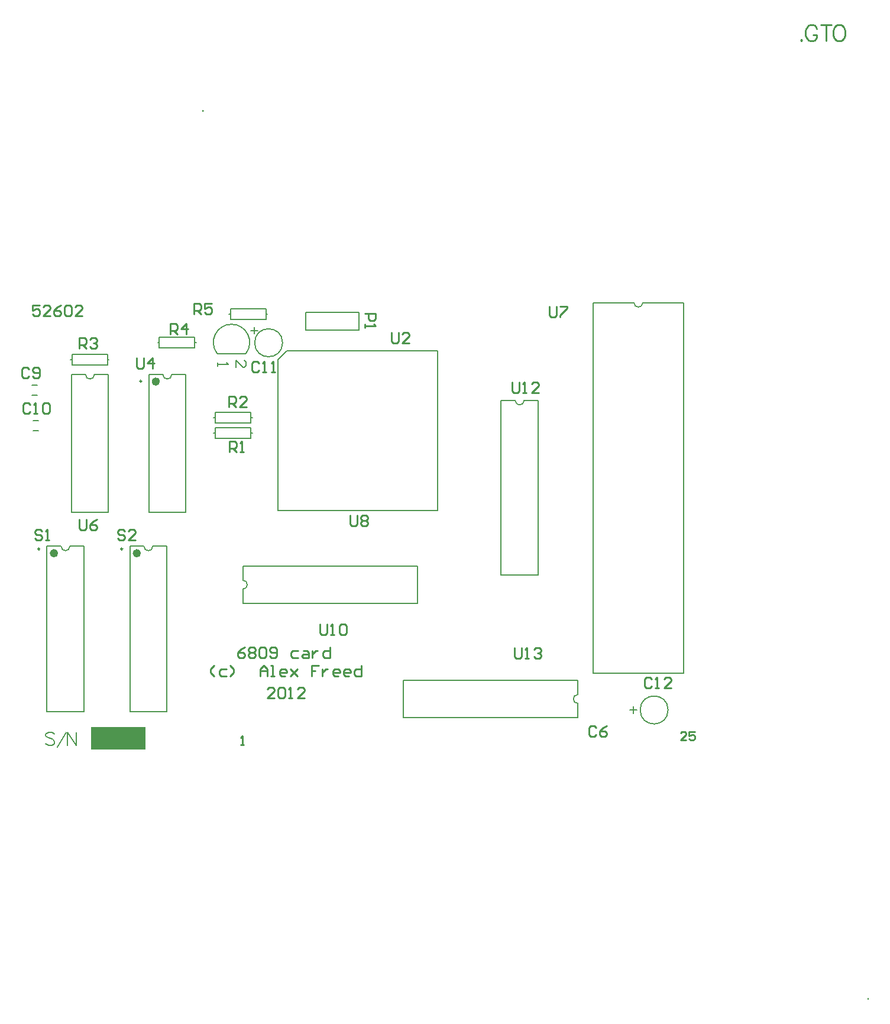
<source format=gto>
%FSLAX25Y25*%
%MOIN*%
G70*
G01*
G75*
G04 Layer_Color=49087*
%ADD10R,0.04331X0.05512*%
%ADD11R,0.04331X0.06693*%
%ADD12O,0.05000X0.30000*%
%ADD13C,0.02000*%
%ADD14C,0.00800*%
%ADD15C,0.00900*%
%ADD16C,0.04921*%
%ADD17R,0.04921X0.04921*%
%ADD18R,0.05906X0.05906*%
%ADD19C,0.05906*%
%ADD20C,0.05906*%
%ADD21C,0.05512*%
%ADD22R,0.05906X0.05906*%
%ADD23R,0.05906X0.05906*%
%ADD24C,0.05000*%
%ADD25O,0.03937X0.07874*%
%ADD26C,0.03000*%
%ADD27R,0.05512X0.04331*%
%ADD28C,0.01000*%
%ADD29C,0.00787*%
%ADD30C,0.00984*%
%ADD31C,0.02362*%
%ADD32C,0.00591*%
%ADD33R,0.31000X0.13000*%
D14*
X147700Y252800D02*
X152700Y257800D01*
X237700D01*
Y167800D02*
Y257800D01*
X147700Y167800D02*
X237700D01*
X147700D02*
Y252800D01*
X21699Y41727D02*
X20985Y42441D01*
X19914Y42798D01*
X18485D01*
X17414Y42441D01*
X16700Y41727D01*
Y41013D01*
X17057Y40299D01*
X17414Y39942D01*
X18128Y39585D01*
X20271Y38871D01*
X20985Y38514D01*
X21342Y38157D01*
X21699Y37442D01*
Y36371D01*
X20985Y35657D01*
X19914Y35300D01*
X18485D01*
X17414Y35657D01*
X16700Y36371D01*
X23377Y34229D02*
X28376Y42798D01*
X28876D02*
Y35300D01*
Y42798D02*
X33875Y35300D01*
Y42798D02*
Y35300D01*
D15*
X442528Y433157D02*
X442100Y432728D01*
X442528Y432300D01*
X442957Y432728D01*
X442528Y433157D01*
X451355Y439156D02*
X450927Y440013D01*
X450070Y440870D01*
X449213Y441298D01*
X447499D01*
X446642Y440870D01*
X445785Y440013D01*
X445357Y439156D01*
X444928Y437870D01*
Y435728D01*
X445357Y434442D01*
X445785Y433585D01*
X446642Y432728D01*
X447499Y432300D01*
X449213D01*
X450070Y432728D01*
X450927Y433585D01*
X451355Y434442D01*
Y435728D01*
X449213D02*
X451355D01*
X456411Y441298D02*
Y432300D01*
X453412Y441298D02*
X459411D01*
X463053D02*
X462196Y440870D01*
X461339Y440013D01*
X460910Y439156D01*
X460482Y437870D01*
Y435728D01*
X460910Y434442D01*
X461339Y433585D01*
X462196Y432728D01*
X463053Y432300D01*
X464767D01*
X465624Y432728D01*
X466480Y433585D01*
X466909Y434442D01*
X467337Y435728D01*
Y437870D01*
X466909Y439156D01*
X466480Y440013D01*
X465624Y440870D01*
X464767Y441298D01*
X463053D01*
D28*
X480259Y-107403D02*
G03*
X480271Y-107417I4841J3953D01*
G01*
X105359Y392897D02*
G03*
X105371Y392883I4841J3953D01*
G01*
X136999Y250598D02*
X135999Y251598D01*
X134000D01*
X133000Y250598D01*
Y246600D01*
X134000Y245600D01*
X135999D01*
X136999Y246600D01*
X138998Y245600D02*
X140997D01*
X139998D01*
Y251598D01*
X138998Y250598D01*
X143996Y245600D02*
X145996D01*
X144996D01*
Y251598D01*
X143996Y250598D01*
X358099Y72698D02*
X357099Y73698D01*
X355100D01*
X354100Y72698D01*
Y68700D01*
X355100Y67700D01*
X357099D01*
X358099Y68700D01*
X360098Y67700D02*
X362097D01*
X361098D01*
Y73698D01*
X360098Y72698D01*
X369095Y67700D02*
X365096D01*
X369095Y71699D01*
Y72698D01*
X368095Y73698D01*
X366096D01*
X365096Y72698D01*
X13299Y283398D02*
X9300D01*
Y280399D01*
X11299Y281399D01*
X12299D01*
X13299Y280399D01*
Y278400D01*
X12299Y277400D01*
X10300D01*
X9300Y278400D01*
X19297Y277400D02*
X15298D01*
X19297Y281399D01*
Y282398D01*
X18297Y283398D01*
X16298D01*
X15298Y282398D01*
X25295Y283398D02*
X23295Y282398D01*
X21296Y280399D01*
Y278400D01*
X22296Y277400D01*
X24295D01*
X25295Y278400D01*
Y279399D01*
X24295Y280399D01*
X21296D01*
X27294Y282398D02*
X28294Y283398D01*
X30293D01*
X31293Y282398D01*
Y278400D01*
X30293Y277400D01*
X28294D01*
X27294Y278400D01*
Y282398D01*
X37291Y277400D02*
X33292D01*
X37291Y281399D01*
Y282398D01*
X36291Y283398D01*
X34292D01*
X33292Y282398D01*
X326899Y45498D02*
X325899Y46498D01*
X323900D01*
X322900Y45498D01*
Y41500D01*
X323900Y40500D01*
X325899D01*
X326899Y41500D01*
X332897Y46498D02*
X330897Y45498D01*
X328898Y43499D01*
Y41500D01*
X329898Y40500D01*
X331897D01*
X332897Y41500D01*
Y42499D01*
X331897Y43499D01*
X328898D01*
X280900Y90198D02*
Y85200D01*
X281900Y84200D01*
X283899D01*
X284899Y85200D01*
Y90198D01*
X286898Y84200D02*
X288897D01*
X287898D01*
Y90198D01*
X286898Y89198D01*
X291896D02*
X292896Y90198D01*
X294896D01*
X295895Y89198D01*
Y88199D01*
X294896Y87199D01*
X293896D01*
X294896D01*
X295895Y86199D01*
Y85200D01*
X294896Y84200D01*
X292896D01*
X291896Y85200D01*
X279600Y240098D02*
Y235100D01*
X280600Y234100D01*
X282599D01*
X283599Y235100D01*
Y240098D01*
X285598Y234100D02*
X287597D01*
X286598D01*
Y240098D01*
X285598Y239098D01*
X294595Y234100D02*
X290596D01*
X294595Y238099D01*
Y239098D01*
X293596Y240098D01*
X291596D01*
X290596Y239098D01*
X171100Y103598D02*
Y98600D01*
X172100Y97600D01*
X174099D01*
X175099Y98600D01*
Y103598D01*
X177098Y97600D02*
X179097D01*
X178098D01*
Y103598D01*
X177098Y102598D01*
X182096D02*
X183096Y103598D01*
X185096D01*
X186095Y102598D01*
Y98600D01*
X185096Y97600D01*
X183096D01*
X182096Y98600D01*
Y102598D01*
X300600Y282598D02*
Y277600D01*
X301600Y276600D01*
X303599D01*
X304599Y277600D01*
Y282598D01*
X306598D02*
X310597D01*
Y281598D01*
X306598Y277600D01*
Y276600D01*
X35600Y162598D02*
Y157600D01*
X36600Y156600D01*
X38599D01*
X39599Y157600D01*
Y162598D01*
X45597D02*
X43597Y161598D01*
X41598Y159599D01*
Y157600D01*
X42598Y156600D01*
X44597D01*
X45597Y157600D01*
Y158599D01*
X44597Y159599D01*
X41598D01*
X67850Y253648D02*
Y248650D01*
X68850Y247650D01*
X70849D01*
X71849Y248650D01*
Y253648D01*
X76847Y247650D02*
Y253648D01*
X73848Y250649D01*
X77847D01*
X35600Y258900D02*
Y264898D01*
X38599D01*
X39599Y263898D01*
Y261899D01*
X38599Y260899D01*
X35600D01*
X37599D02*
X39599Y258900D01*
X41598Y263898D02*
X42598Y264898D01*
X44597D01*
X45597Y263898D01*
Y262899D01*
X44597Y261899D01*
X43597D01*
X44597D01*
X45597Y260899D01*
Y259900D01*
X44597Y258900D01*
X42598D01*
X41598Y259900D01*
X119900Y226000D02*
Y231998D01*
X122899D01*
X123899Y230998D01*
Y228999D01*
X122899Y227999D01*
X119900D01*
X121899D02*
X123899Y226000D01*
X129897D02*
X125898D01*
X129897Y229999D01*
Y230998D01*
X128897Y231998D01*
X126898D01*
X125898Y230998D01*
X120300Y200700D02*
Y206698D01*
X123299D01*
X124299Y205698D01*
Y203699D01*
X123299Y202699D01*
X120300D01*
X122299D02*
X124299Y200700D01*
X126298D02*
X128297D01*
X127298D01*
Y206698D01*
X126298Y205698D01*
X196450Y278550D02*
X202448D01*
Y275551D01*
X201448Y274551D01*
X199449D01*
X198449Y275551D01*
Y278550D01*
X196450Y272552D02*
Y270553D01*
Y271552D01*
X202448D01*
X201448Y272552D01*
X8049Y227448D02*
X7049Y228448D01*
X5050D01*
X4050Y227448D01*
Y223450D01*
X5050Y222450D01*
X7049D01*
X8049Y223450D01*
X10048Y222450D02*
X12047D01*
X11048D01*
Y228448D01*
X10048Y227448D01*
X15046D02*
X16046Y228448D01*
X18045D01*
X19045Y227448D01*
Y223450D01*
X18045Y222450D01*
X16046D01*
X15046Y223450D01*
Y227448D01*
X7349Y247448D02*
X6349Y248448D01*
X4350D01*
X3350Y247448D01*
Y243450D01*
X4350Y242450D01*
X6349D01*
X7349Y243450D01*
X9348D02*
X10348Y242450D01*
X12347D01*
X13347Y243450D01*
Y247448D01*
X12347Y248448D01*
X10348D01*
X9348Y247448D01*
Y246449D01*
X10348Y245449D01*
X13347D01*
X188200Y164998D02*
Y160000D01*
X189200Y159000D01*
X191199D01*
X192199Y160000D01*
Y164998D01*
X194198Y163998D02*
X195198Y164998D01*
X197197D01*
X198197Y163998D01*
Y162999D01*
X197197Y161999D01*
X198197Y160999D01*
Y160000D01*
X197197Y159000D01*
X195198D01*
X194198Y160000D01*
Y160999D01*
X195198Y161999D01*
X194198Y162999D01*
Y163998D01*
X195198Y161999D02*
X197197D01*
X100300Y278500D02*
Y284498D01*
X103299D01*
X104299Y283498D01*
Y281499D01*
X103299Y280499D01*
X100300D01*
X102299D02*
X104299Y278500D01*
X110297Y284498D02*
X106298D01*
Y281499D01*
X108297Y282499D01*
X109297D01*
X110297Y281499D01*
Y279500D01*
X109297Y278500D01*
X107298D01*
X106298Y279500D01*
X86800Y266900D02*
Y272898D01*
X89799D01*
X90799Y271898D01*
Y269899D01*
X89799Y268899D01*
X86800D01*
X88799D02*
X90799Y266900D01*
X95797D02*
Y272898D01*
X92798Y269899D01*
X96797D01*
X211700Y267898D02*
Y262900D01*
X212700Y261900D01*
X214699D01*
X215699Y262900D01*
Y267898D01*
X221697Y261900D02*
X217698D01*
X221697Y265899D01*
Y266898D01*
X220697Y267898D01*
X218698D01*
X217698Y266898D01*
X14449Y155948D02*
X13449Y156948D01*
X11450D01*
X10450Y155948D01*
Y154949D01*
X11450Y153949D01*
X13449D01*
X14449Y152949D01*
Y151950D01*
X13449Y150950D01*
X11450D01*
X10450Y151950D01*
X16448Y150950D02*
X18447D01*
X17448D01*
Y156948D01*
X16448Y155948D01*
X61149D02*
X60149Y156948D01*
X58150D01*
X57150Y155948D01*
Y154949D01*
X58150Y153949D01*
X60149D01*
X61149Y152949D01*
Y151950D01*
X60149Y150950D01*
X58150D01*
X57150Y151950D01*
X67147Y150950D02*
X63148D01*
X67147Y154949D01*
Y155948D01*
X66147Y156948D01*
X64148D01*
X63148Y155948D01*
X126600Y35800D02*
X128200D01*
X127400D01*
Y40598D01*
X126600Y39799D01*
X377699Y38200D02*
X374500D01*
X377699Y41399D01*
Y42199D01*
X376899Y42998D01*
X375300D01*
X374500Y42199D01*
X382497Y42998D02*
X379298D01*
Y40599D01*
X380898Y41399D01*
X381698D01*
X382497Y40599D01*
Y39000D01*
X381698Y38200D01*
X380098D01*
X379298Y39000D01*
X128799Y90598D02*
X126799Y89598D01*
X124800Y87599D01*
Y85600D01*
X125800Y84600D01*
X127799D01*
X128799Y85600D01*
Y86599D01*
X127799Y87599D01*
X124800D01*
X130798Y89598D02*
X131798Y90598D01*
X133797D01*
X134797Y89598D01*
Y88599D01*
X133797Y87599D01*
X134797Y86599D01*
Y85600D01*
X133797Y84600D01*
X131798D01*
X130798Y85600D01*
Y86599D01*
X131798Y87599D01*
X130798Y88599D01*
Y89598D01*
X131798Y87599D02*
X133797D01*
X136796Y89598D02*
X137796Y90598D01*
X139795D01*
X140795Y89598D01*
Y85600D01*
X139795Y84600D01*
X137796D01*
X136796Y85600D01*
Y89598D01*
X142794Y85600D02*
X143794Y84600D01*
X145793D01*
X146793Y85600D01*
Y89598D01*
X145793Y90598D01*
X143794D01*
X142794Y89598D01*
Y88599D01*
X143794Y87599D01*
X146793D01*
X158789Y88599D02*
X155790D01*
X154790Y87599D01*
Y85600D01*
X155790Y84600D01*
X158789D01*
X161788Y88599D02*
X163787D01*
X164787Y87599D01*
Y84600D01*
X161788D01*
X160788Y85600D01*
X161788Y86599D01*
X164787D01*
X166786Y88599D02*
Y84600D01*
Y86599D01*
X167786Y87599D01*
X168786Y88599D01*
X169785D01*
X176783Y90598D02*
Y84600D01*
X173784D01*
X172784Y85600D01*
Y87599D01*
X173784Y88599D01*
X176783D01*
X111699Y74200D02*
X109700Y76199D01*
Y78199D01*
X111699Y80198D01*
X118697Y78199D02*
X115698D01*
X114698Y77199D01*
Y75200D01*
X115698Y74200D01*
X118697D01*
X120696D02*
X122696Y76199D01*
Y78199D01*
X120696Y80198D01*
X137691Y74200D02*
Y78199D01*
X139690Y80198D01*
X141690Y78199D01*
Y74200D01*
Y77199D01*
X137691D01*
X143689Y74200D02*
X145688D01*
X144689D01*
Y80198D01*
X143689D01*
X151686Y74200D02*
X149687D01*
X148687Y75200D01*
Y77199D01*
X149687Y78199D01*
X151686D01*
X152686Y77199D01*
Y76199D01*
X148687D01*
X154685Y78199D02*
X158684Y74200D01*
X156685Y76199D01*
X158684Y78199D01*
X154685Y74200D01*
X170680Y80198D02*
X166682D01*
Y77199D01*
X168681D01*
X166682D01*
Y74200D01*
X172680Y78199D02*
Y74200D01*
Y76199D01*
X173679Y77199D01*
X174679Y78199D01*
X175679D01*
X181677Y74200D02*
X179677D01*
X178678Y75200D01*
Y77199D01*
X179677Y78199D01*
X181677D01*
X182676Y77199D01*
Y76199D01*
X178678D01*
X187675Y74200D02*
X185675D01*
X184676Y75200D01*
Y77199D01*
X185675Y78199D01*
X187675D01*
X188674Y77199D01*
Y76199D01*
X184676D01*
X194673Y80198D02*
Y74200D01*
X191674D01*
X190674Y75200D01*
Y77199D01*
X191674Y78199D01*
X194673D01*
X145699Y62100D02*
X141700D01*
X145699Y66099D01*
Y67098D01*
X144699Y68098D01*
X142700D01*
X141700Y67098D01*
X147698D02*
X148698Y68098D01*
X150697D01*
X151697Y67098D01*
Y63100D01*
X150697Y62100D01*
X148698D01*
X147698Y63100D01*
Y67098D01*
X153696Y62100D02*
X155695D01*
X154696D01*
Y68098D01*
X153696Y67098D01*
X162693Y62100D02*
X158695D01*
X162693Y66099D01*
Y67098D01*
X161694Y68098D01*
X159694D01*
X158695Y67098D01*
D29*
X367474Y55300D02*
G03*
X367474Y55300I-7874J0D01*
G01*
X150174Y262200D02*
G03*
X150174Y262200I-7874J0D01*
G01*
X316613Y64000D02*
G03*
X316613Y59000I0J-2500D01*
G01*
X82700Y244280D02*
G03*
X87700Y244280I2500J0D01*
G01*
X39100Y244280D02*
G03*
X44100Y244280I2500J0D01*
G01*
X348200Y284831D02*
G03*
X353200Y284831I2500J0D01*
G01*
X127787Y123400D02*
G03*
X127787Y128400I0J2500D01*
G01*
X281300Y229713D02*
G03*
X286300Y229713I2500J0D01*
G01*
X129466Y256098D02*
G03*
X113334Y256098I-8066J6302D01*
G01*
X72000Y147554D02*
G03*
X77000Y147554I2500J0D01*
G01*
X25300D02*
G03*
X30300Y147554I2500J0D01*
G01*
X316613Y64000D02*
Y71933D01*
Y51067D02*
Y59000D01*
X218187Y51067D02*
Y71933D01*
X316613D01*
X218187Y51067D02*
X316613D01*
X112200Y208200D02*
Y211200D01*
Y208200D02*
X132200D01*
Y214200D01*
X112200D02*
X132200D01*
X112200Y211200D02*
Y214200D01*
X132200Y211200D02*
X133100D01*
X111300D02*
X112200D01*
X9525Y212547D02*
X12675D01*
X9525Y218453D02*
X12675D01*
X74767Y166720D02*
Y244280D01*
X95633Y166720D02*
Y244280D01*
X74767D02*
X82700D01*
X87700D02*
X95633D01*
X74767Y166720D02*
X95633D01*
X52033Y166721D02*
Y244280D01*
X31167Y166721D02*
Y244280D01*
Y166721D02*
X52033D01*
X44100Y244280D02*
X52033D01*
X31167D02*
X39100D01*
X112200Y217000D02*
Y220000D01*
Y217000D02*
X132200D01*
Y223000D01*
X112200D02*
X132200D01*
X112200Y220000D02*
Y223000D01*
X132200Y220000D02*
X133100D01*
X111300D02*
X112200D01*
X163100Y269200D02*
X193100D01*
Y279200D01*
X163100D02*
X193100D01*
X163100Y269200D02*
Y279200D01*
X8825Y232547D02*
X11975D01*
X8825Y238453D02*
X11975D01*
X51400Y252700D02*
Y255700D01*
X31400D02*
X51400D01*
X31400Y249700D02*
Y255700D01*
Y249700D02*
X51400D01*
Y252700D01*
X30500D02*
X31400D01*
X51400D02*
X52300D01*
X325306Y284831D02*
X348200D01*
X353200D02*
X376094D01*
X325306Y76169D02*
X376094D01*
X325306D02*
Y284831D01*
X376094Y76169D02*
Y284831D01*
X127787Y115467D02*
Y123400D01*
Y128400D02*
Y136333D01*
X226213Y115467D02*
Y136333D01*
X127787Y115467D02*
X226213D01*
X127787Y136333D02*
X226213D01*
X273367Y229713D02*
X281300D01*
X286300D02*
X294233D01*
X273367Y131287D02*
X294233D01*
X273367D02*
Y229713D01*
X294233Y131287D02*
Y229713D01*
X140800Y278300D02*
Y281300D01*
X120800D02*
X140800D01*
X120800Y275300D02*
Y281300D01*
Y275300D02*
X140800D01*
Y278300D01*
X119900D02*
X120800D01*
X140800D02*
X141700D01*
X100700Y262400D02*
Y265400D01*
X80700D02*
X100700D01*
X80700Y259400D02*
Y265400D01*
Y259400D02*
X100700D01*
Y262400D01*
X79800D02*
X80700D01*
X100700D02*
X101600D01*
X113565Y256101D02*
X129235D01*
X64067Y54246D02*
Y147554D01*
X84933Y54246D02*
Y147554D01*
X64067D02*
X72000D01*
X77000D02*
X84933D01*
X64067Y54246D02*
X84933D01*
X17367D02*
Y147554D01*
X38233Y54246D02*
Y147554D01*
X17367D02*
X25300D01*
X30300D02*
X38233D01*
X17367Y54246D02*
X38233D01*
D30*
X70692Y240618D02*
G03*
X70692Y240618I-492J0D01*
G01*
X59992Y146018D02*
G03*
X59992Y146018I-492J0D01*
G01*
X13292D02*
G03*
X13292Y146018I-492J0D01*
G01*
D31*
X79885Y240342D02*
G03*
X79885Y240342I-1181J0D01*
G01*
X69185Y143616D02*
G03*
X69185Y143616I-1181J0D01*
G01*
X22485D02*
G03*
X22485Y143616I-1181J0D01*
G01*
D32*
X345919Y55299D02*
X349855D01*
X347887Y57267D02*
Y53331D01*
X132300Y269152D02*
X136236D01*
X134268Y271120D02*
Y267184D01*
X123802Y248346D02*
Y252282D01*
X127737Y248346D01*
X128721D01*
X129705Y249330D01*
Y251298D01*
X128721Y252282D01*
X113723Y250865D02*
Y248897D01*
Y249881D01*
X119626D01*
X118642Y250865D01*
D33*
X57400Y39200D02*
D03*
M02*

</source>
